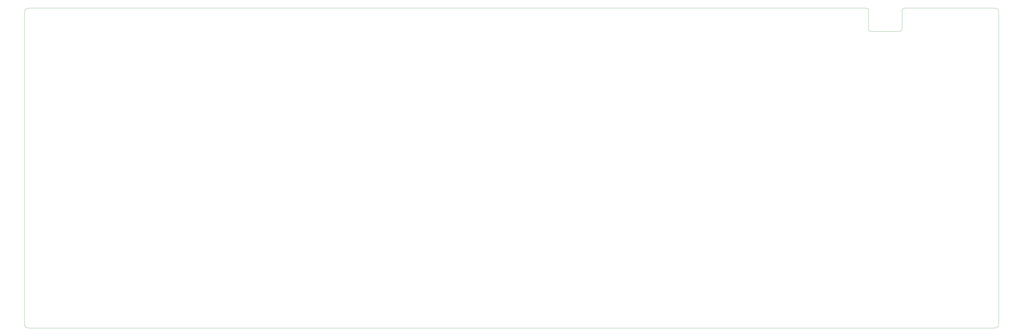
<source format=gm1>
%TF.GenerationSoftware,KiCad,Pcbnew,7.0.7*%
%TF.CreationDate,2023-09-25T11:38:33+09:00*%
%TF.ProjectId,Duet-Switch-Tester,44756574-2d53-4776-9974-63682d546573,rev?*%
%TF.SameCoordinates,Original*%
%TF.FileFunction,Profile,NP*%
%FSLAX46Y46*%
G04 Gerber Fmt 4.6, Leading zero omitted, Abs format (unit mm)*
G04 Created by KiCad (PCBNEW 7.0.7) date 2023-09-25 11:38:33*
%MOMM*%
%LPD*%
G01*
G04 APERTURE LIST*
%ADD10C,0.050000*%
%TA.AperFunction,Profile*%
%ADD11C,0.050000*%
%TD*%
G04 APERTURE END LIST*
D10*
X31702586Y-156959458D02*
X31686728Y-156891475D01*
X31672850Y-156822252D01*
X31660820Y-156751792D01*
X31650505Y-156680098D01*
X31641773Y-156607174D01*
X31634493Y-156533026D01*
X31628533Y-156457655D01*
X31623760Y-156381067D01*
X31620043Y-156303266D01*
X31617250Y-156224254D01*
X31615249Y-156144037D01*
X31613907Y-156062617D01*
X31613093Y-155980000D01*
X31612675Y-155896189D01*
X31612521Y-155811187D01*
X31612500Y-155725000D01*
X32835423Y-158028839D02*
X32778693Y-158016173D01*
X32722541Y-158002013D01*
X32667018Y-157986271D01*
X32612176Y-157968856D01*
X32558067Y-157949677D01*
X32504741Y-157928646D01*
X32452252Y-157905673D01*
X32400651Y-157880667D01*
X32349990Y-157853538D01*
X32300320Y-157824198D01*
X32267783Y-157803365D01*
X32267783Y-157803365D02*
X32215553Y-157766968D01*
X32165506Y-157728284D01*
X32117657Y-157687326D01*
X32072024Y-157644113D01*
X32028623Y-157598659D01*
X31987472Y-157550980D01*
X31948588Y-157501093D01*
X31911988Y-157449015D01*
X32263485Y-29524488D02*
X32305941Y-29497335D01*
X32349203Y-29471904D01*
X32393238Y-29448138D01*
X32453098Y-29418941D01*
X32514197Y-29392465D01*
X32560788Y-29374311D01*
X32608001Y-29357554D01*
X32655802Y-29342136D01*
X32704160Y-29327999D01*
X32753042Y-29315086D01*
X385258162Y-38026005D02*
X385281653Y-37977359D01*
X385301387Y-37929684D01*
X385320600Y-37873982D01*
X385335511Y-37820188D01*
X385346726Y-37768581D01*
X385352450Y-37735529D01*
X371509824Y-29454483D02*
X371552526Y-29492304D01*
X371594593Y-29533961D01*
X371635473Y-29579402D01*
X371666953Y-29618443D01*
X371697037Y-29659846D01*
X371725443Y-29703582D01*
X371751889Y-29749626D01*
X371758162Y-29761495D01*
X372695721Y-38546200D02*
X372753620Y-38553757D01*
X372810506Y-38558520D01*
X372866453Y-38561135D01*
X372921532Y-38562245D01*
X372975818Y-38562496D01*
X372993750Y-38562500D01*
X370743750Y-29225000D02*
X370795450Y-29225095D01*
X370848044Y-29225766D01*
X370901545Y-29227586D01*
X370955967Y-29231131D01*
X371011325Y-29236976D01*
X371067632Y-29245694D01*
X371124903Y-29257862D01*
X371183152Y-29274054D01*
X31683661Y-30447923D02*
X31696326Y-30391193D01*
X31710486Y-30335041D01*
X31726228Y-30279518D01*
X31743643Y-30224676D01*
X31762822Y-30170567D01*
X31783853Y-30117241D01*
X31806826Y-30064752D01*
X31831832Y-30013151D01*
X31858961Y-29962490D01*
X31888301Y-29912820D01*
X31909135Y-29880283D01*
X385352450Y-37735529D02*
X385360007Y-37677629D01*
X385364770Y-37620743D01*
X385367385Y-37564796D01*
X385368495Y-37509717D01*
X385368746Y-37455431D01*
X385368750Y-37437500D01*
X385905245Y-29335588D02*
X385953890Y-29312096D01*
X386001565Y-29292362D01*
X386057267Y-29273150D01*
X386111061Y-29258238D01*
X386162668Y-29247023D01*
X386195721Y-29241300D01*
X385598233Y-29583926D02*
X385636054Y-29541223D01*
X385677711Y-29499156D01*
X385723152Y-29458276D01*
X385762193Y-29426796D01*
X385803596Y-29396712D01*
X385847332Y-29368306D01*
X385893376Y-29341860D01*
X385905245Y-29335588D01*
X423196958Y-158009914D02*
X423128975Y-158025771D01*
X423059752Y-158039649D01*
X422989292Y-158051679D01*
X422917598Y-158061994D01*
X422844674Y-158070726D01*
X422770526Y-158078006D01*
X422695155Y-158083966D01*
X422618567Y-158088739D01*
X422540766Y-158092456D01*
X422461754Y-158095249D01*
X422381537Y-158097250D01*
X422300117Y-158098592D01*
X422217500Y-158099406D01*
X422133689Y-158099824D01*
X422048687Y-158099978D01*
X421962500Y-158100000D01*
D11*
X421962500Y-29225000D02*
X386493750Y-29225000D01*
X384243750Y-38562500D02*
X372993750Y-38562500D01*
D10*
X31612500Y-31600000D02*
X31612517Y-31520177D01*
X31612638Y-31441395D01*
X31612969Y-31363654D01*
X31613611Y-31286953D01*
X31614671Y-31211295D01*
X31616252Y-31136678D01*
X31618459Y-31063104D01*
X31621395Y-30990573D01*
X31625165Y-30919085D01*
X31629873Y-30848641D01*
X31635623Y-30779242D01*
X31642521Y-30710887D01*
X31650669Y-30643577D01*
X31660172Y-30577312D01*
X31671134Y-30512094D01*
X31683661Y-30447923D01*
X424040865Y-157444717D02*
X424004468Y-157496946D01*
X423965784Y-157546993D01*
X423924826Y-157594842D01*
X423881613Y-157640475D01*
X423836159Y-157683876D01*
X423788480Y-157725027D01*
X423738593Y-157763911D01*
X423686515Y-157800512D01*
X371758162Y-29761495D02*
X371781653Y-29810140D01*
X371801387Y-29857815D01*
X371820600Y-29913517D01*
X371835511Y-29967311D01*
X371846726Y-30018918D01*
X371852450Y-30051971D01*
X372098233Y-38203574D02*
X372136054Y-38246276D01*
X372177711Y-38288343D01*
X372223152Y-38329223D01*
X372262193Y-38360703D01*
X372303596Y-38390787D01*
X372347332Y-38419193D01*
X372393376Y-38445639D01*
X372405245Y-38451912D01*
X384243750Y-38562500D02*
X384295450Y-38562404D01*
X384348044Y-38561733D01*
X384401545Y-38559913D01*
X384455967Y-38556368D01*
X384511325Y-38550523D01*
X384567632Y-38541805D01*
X384624903Y-38529637D01*
X384683152Y-38513446D01*
X385417804Y-29910598D02*
X385436974Y-29855466D01*
X385459456Y-29801941D01*
X385485268Y-29749960D01*
X385514433Y-29699460D01*
X385546972Y-29650378D01*
X385582904Y-29602651D01*
X385598233Y-29583926D01*
X32753042Y-29315086D02*
X32821024Y-29299228D01*
X32890247Y-29285350D01*
X32960707Y-29273320D01*
X33032401Y-29263005D01*
X33105325Y-29254273D01*
X33179473Y-29246993D01*
X33254844Y-29241033D01*
X33331432Y-29236260D01*
X33409233Y-29232543D01*
X33488245Y-29229750D01*
X33568462Y-29227749D01*
X33649882Y-29226407D01*
X33732499Y-29225593D01*
X33816310Y-29225175D01*
X33901312Y-29225021D01*
X33987500Y-29225000D01*
D11*
X370743750Y-29225000D02*
X33987500Y-29225000D01*
D10*
X371183152Y-29274054D02*
X371238283Y-29293224D01*
X371291808Y-29315706D01*
X371343789Y-29341518D01*
X371394289Y-29370683D01*
X371443371Y-29403222D01*
X371491098Y-29439154D01*
X371509824Y-29454483D01*
X371868750Y-37437500D02*
X371868845Y-37489200D01*
X371869516Y-37541794D01*
X371871336Y-37595295D01*
X371874881Y-37649717D01*
X371880726Y-37705075D01*
X371889444Y-37761382D01*
X371901612Y-37818653D01*
X371917804Y-37876902D01*
X424337500Y-155725000D02*
X424337482Y-155804822D01*
X424337361Y-155883604D01*
X424337030Y-155961345D01*
X424336388Y-156038046D01*
X424335328Y-156113704D01*
X424333747Y-156188321D01*
X424331540Y-156261895D01*
X424328604Y-156334426D01*
X424324834Y-156405914D01*
X424320126Y-156476358D01*
X424314376Y-156545757D01*
X424307478Y-156614112D01*
X424299330Y-156681422D01*
X424289827Y-156747687D01*
X424278865Y-156812905D01*
X424266339Y-156877077D01*
X371917804Y-37876902D02*
X371936974Y-37932033D01*
X371959456Y-37985558D01*
X371985268Y-38037539D01*
X372014433Y-38088039D01*
X372046972Y-38137121D01*
X372082904Y-38184848D01*
X372098233Y-38203574D01*
X424038012Y-29875985D02*
X424065164Y-29918441D01*
X424090595Y-29961703D01*
X424114361Y-30005738D01*
X424143558Y-30065598D01*
X424170034Y-30126697D01*
X424188188Y-30173288D01*
X424204945Y-30220501D01*
X424220363Y-30268302D01*
X424234500Y-30316660D01*
X424247414Y-30365542D01*
X386195721Y-29241300D02*
X386253620Y-29233742D01*
X386310506Y-29228979D01*
X386366453Y-29226364D01*
X386421532Y-29225254D01*
X386475818Y-29225003D01*
X386493750Y-29225000D01*
D11*
X424337500Y-155725000D02*
X424337500Y-31600000D01*
X31612500Y-31600000D02*
X31612500Y-155725000D01*
D10*
X423682217Y-29521635D02*
X423734446Y-29558031D01*
X423784493Y-29596715D01*
X423832342Y-29637673D01*
X423877975Y-29680886D01*
X423921376Y-29726340D01*
X423962527Y-29774019D01*
X424001411Y-29823906D01*
X424038012Y-29875985D01*
X424266339Y-156877077D02*
X424253673Y-156933806D01*
X424239513Y-156989958D01*
X424223771Y-157045481D01*
X424206356Y-157100323D01*
X424187177Y-157154432D01*
X424166146Y-157207758D01*
X424143173Y-157260247D01*
X424118167Y-157311848D01*
X424091038Y-157362509D01*
X424061698Y-157412179D01*
X424040865Y-157444717D01*
D11*
X33987500Y-158100000D02*
X421962500Y-158100000D01*
D10*
X424247414Y-30365542D02*
X424263271Y-30433524D01*
X424277149Y-30502747D01*
X424289179Y-30573207D01*
X424299494Y-30644901D01*
X424308226Y-30717825D01*
X424315506Y-30791973D01*
X424321466Y-30867344D01*
X424326239Y-30943932D01*
X424329956Y-31021733D01*
X424332749Y-31100745D01*
X424334750Y-31180962D01*
X424336092Y-31262382D01*
X424336906Y-31344999D01*
X424337324Y-31428810D01*
X424337478Y-31513812D01*
X424337500Y-31600000D01*
X371852450Y-30051971D02*
X371860007Y-30109870D01*
X371864770Y-30166756D01*
X371867385Y-30222703D01*
X371868495Y-30277782D01*
X371868746Y-30332068D01*
X371868750Y-30350000D01*
X372405245Y-38451912D02*
X372453890Y-38475403D01*
X372501565Y-38495137D01*
X372557267Y-38514350D01*
X372611061Y-38529261D01*
X372662668Y-38540476D01*
X372695721Y-38546200D01*
X384683152Y-38513446D02*
X384738283Y-38494275D01*
X384791808Y-38471793D01*
X384843789Y-38445981D01*
X384894289Y-38416816D01*
X384943371Y-38384277D01*
X384991098Y-38348345D01*
X385009824Y-38333017D01*
X385009824Y-38333017D02*
X385052526Y-38295195D01*
X385094593Y-38253538D01*
X385135473Y-38208097D01*
X385166953Y-38169056D01*
X385197037Y-38127653D01*
X385225443Y-38083917D01*
X385251889Y-38037873D01*
X385258162Y-38026005D01*
X423686515Y-157800512D02*
X423644058Y-157827664D01*
X423600796Y-157853095D01*
X423556761Y-157876861D01*
X423496901Y-157906058D01*
X423435802Y-157932534D01*
X423389211Y-157950688D01*
X423341998Y-157967445D01*
X423294197Y-157982863D01*
X423245839Y-157997000D01*
X423196958Y-158009914D01*
X33987500Y-158100000D02*
X33907677Y-158099982D01*
X33828895Y-158099861D01*
X33751154Y-158099530D01*
X33674453Y-158098888D01*
X33598795Y-158097828D01*
X33524178Y-158096247D01*
X33450604Y-158094040D01*
X33378073Y-158091104D01*
X33306585Y-158087334D01*
X33236141Y-158082626D01*
X33166742Y-158076876D01*
X33098387Y-158069978D01*
X33031077Y-158061830D01*
X32964812Y-158052327D01*
X32899594Y-158041365D01*
X32835423Y-158028839D01*
X31911988Y-157449015D02*
X31884835Y-157406558D01*
X31859404Y-157363296D01*
X31835638Y-157319261D01*
X31806441Y-157259401D01*
X31779965Y-157198302D01*
X31761811Y-157151711D01*
X31745054Y-157104498D01*
X31729636Y-157056697D01*
X31715499Y-157008339D01*
X31702586Y-156959458D01*
D11*
X371868750Y-37437500D02*
X371868750Y-30350000D01*
D10*
X385368750Y-30350000D02*
X385368845Y-30298299D01*
X385369516Y-30245705D01*
X385371336Y-30192204D01*
X385374881Y-30137782D01*
X385380726Y-30082424D01*
X385389444Y-30026117D01*
X385401612Y-29968846D01*
X385417804Y-29910598D01*
X31909135Y-29880283D02*
X31945531Y-29828053D01*
X31984215Y-29778006D01*
X32025173Y-29730157D01*
X32068386Y-29684524D01*
X32113840Y-29641123D01*
X32161519Y-29599972D01*
X32211406Y-29561088D01*
X32263485Y-29524488D01*
D11*
X385368750Y-30350000D02*
X385368750Y-37437500D01*
D10*
X421962500Y-29225000D02*
X422042322Y-29225017D01*
X422121104Y-29225138D01*
X422198845Y-29225469D01*
X422275546Y-29226111D01*
X422351204Y-29227171D01*
X422425821Y-29228752D01*
X422499395Y-29230959D01*
X422571926Y-29233895D01*
X422643414Y-29237665D01*
X422713858Y-29242373D01*
X422783257Y-29248123D01*
X422851612Y-29255021D01*
X422918922Y-29263169D01*
X422985187Y-29272672D01*
X423050405Y-29283634D01*
X423114577Y-29296161D01*
X423114577Y-29296161D02*
X423171306Y-29308826D01*
X423227458Y-29322986D01*
X423282981Y-29338728D01*
X423337823Y-29356143D01*
X423391932Y-29375322D01*
X423445258Y-29396353D01*
X423497747Y-29419326D01*
X423549348Y-29444332D01*
X423600009Y-29471461D01*
X423649679Y-29500801D01*
X423682217Y-29521635D01*
M02*

</source>
